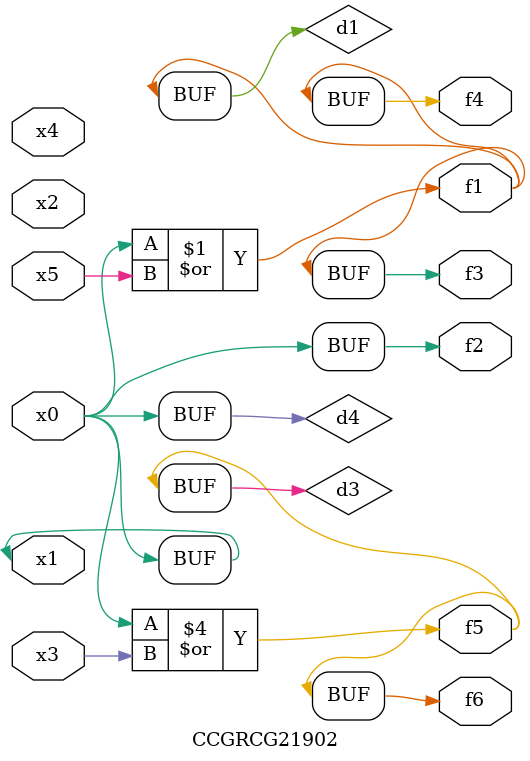
<source format=v>
module CCGRCG21902(
	input x0, x1, x2, x3, x4, x5,
	output f1, f2, f3, f4, f5, f6
);

	wire d1, d2, d3, d4;

	or (d1, x0, x5);
	xnor (d2, x1, x4);
	or (d3, x0, x3);
	buf (d4, x0, x1);
	assign f1 = d1;
	assign f2 = d4;
	assign f3 = d1;
	assign f4 = d1;
	assign f5 = d3;
	assign f6 = d3;
endmodule

</source>
